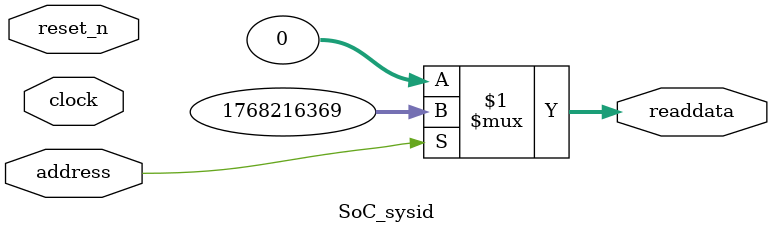
<source format=v>

`timescale 1ns / 1ps
// synthesis translate_on

// turn off superfluous verilog processor warnings 
// altera message_level Level1 
// altera message_off 10034 10035 10036 10037 10230 10240 10030 

module SoC_sysid (
               // inputs:
                address,
                clock,
                reset_n,

               // outputs:
                readdata
             )
;

  output  [ 31: 0] readdata;
  input            address;
  input            clock;
  input            reset_n;

  wire    [ 31: 0] readdata;
  //control_slave, which is an e_avalon_slave
  assign readdata = address ? 1768216369 : 0;

endmodule




</source>
